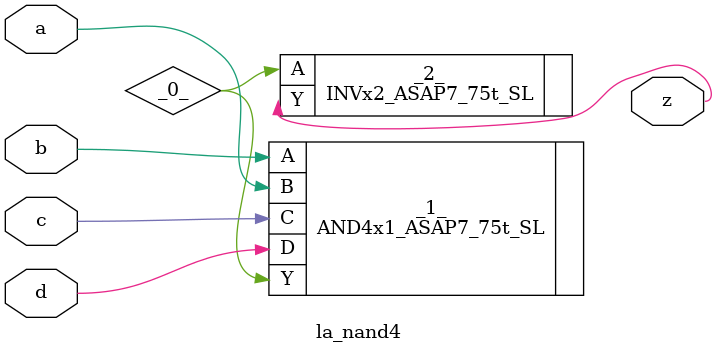
<source format=v>

/* Generated by Yosys 0.44 (git sha1 80ba43d26, g++ 11.4.0-1ubuntu1~22.04 -fPIC -O3) */

(* top =  1  *)
(* src = "generated" *)
(* keep_hierarchy *)
module la_nand4 (
    a,
    b,
    c,
    d,
    z
);
  wire _0_;
  (* src = "generated" *)
  input a;
  wire a;
  (* src = "generated" *)
  input b;
  wire b;
  (* src = "generated" *)
  input c;
  wire c;
  (* src = "generated" *)
  input d;
  wire d;
  (* src = "generated" *)
  output z;
  wire z;
  AND4x1_ASAP7_75t_SL _1_ (
      .A(b),
      .B(a),
      .C(c),
      .D(d),
      .Y(_0_)
  );
  INVx2_ASAP7_75t_SL _2_ (
      .A(_0_),
      .Y(z)
  );
endmodule

</source>
